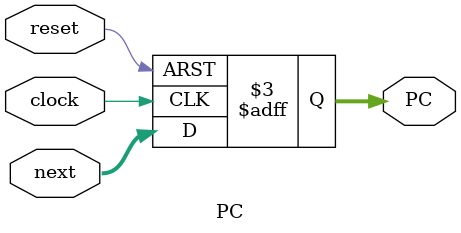
<source format=v>

module PC(
	input wire clock,
	input wire reset,
	input wire [31:0] next, //PC takes 32 bit input from add four
	output reg [31:0] PC); //Output is PC
	
	// Positive clock PC saves new input
	always @(posedge clock or posedge reset) begin
		if(reset == 1'b1) begin
			PC <= 32'd0; //Reset back to 0
		end else begin
			PC <= next;
		end
	end	
endmodule

</source>
